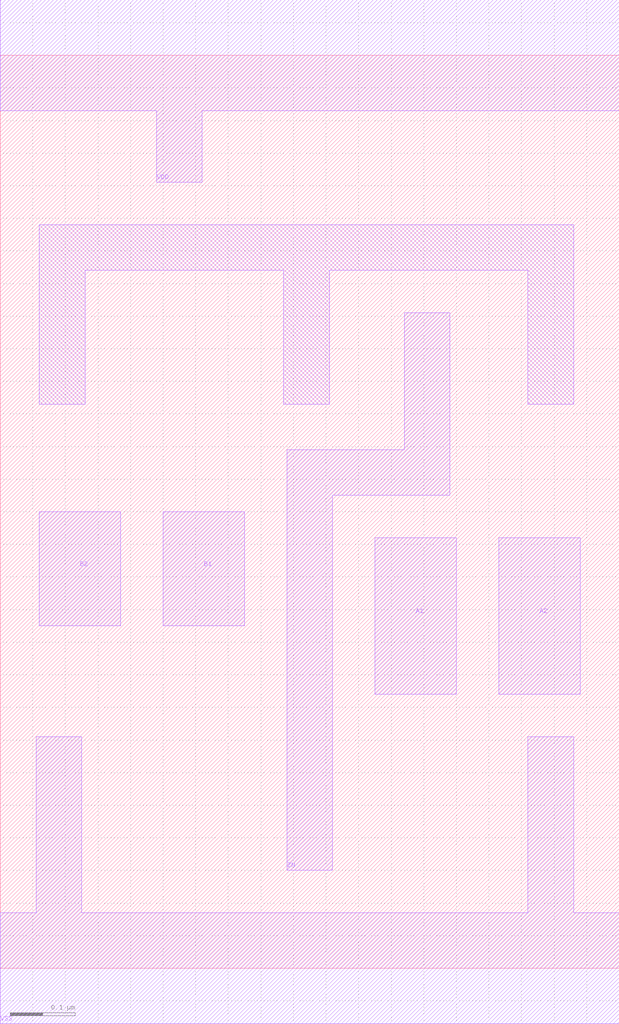
<source format=lef>
# 
# ******************************************************************************
# *                                                                            *
# *                   Copyright (C) 2004-2010, Nangate Inc.                    *
# *                           All rights reserved.                             *
# *                                                                            *
# * Nangate and the Nangate logo are trademarks of Nangate Inc.                *
# *                                                                            *
# * All trademarks, logos, software marks, and trade names (collectively the   *
# * "Marks") in this program are proprietary to Nangate or other respective    *
# * owners that have granted Nangate the right and license to use such Marks.  *
# * You are not permitted to use the Marks without the prior written consent   *
# * of Nangate or such third party that may own the Marks.                     *
# *                                                                            *
# * This file has been provided pursuant to a License Agreement containing     *
# * restrictions on its use. This file contains valuable trade secrets and     *
# * proprietary information of Nangate Inc., and is protected by U.S. and      *
# * international laws and/or treaties.                                        *
# *                                                                            *
# * The copyright notice(s) in this file does not indicate actual or intended  *
# * publication of this file.                                                  *
# *                                                                            *
# *     NGLibraryCreator, v2010.08-HR32-SP3-2010-08-05 - build 1009061800      *
# *                                                                            *
# ******************************************************************************
# 
# 
# Running on brazil06.nangate.com.br for user Giancarlo Franciscatto (gfr).
# Local time is now Fri, 3 Dec 2010, 19:32:18.
# Main process id is 27821.

VERSION 5.6 ;
BUSBITCHARS "[]" ;
DIVIDERCHAR "/" ;

MACRO AOI22_X1
  CLASS core ;
  FOREIGN AOI22_X1 0.0 0.0 ;
  ORIGIN 0 0 ;
  SYMMETRY X Y ;
  SITE FreePDK45_38x28_10R_NP_162NW_34O ;
  SIZE 0.95 BY 1.4 ;
  PIN A1
    DIRECTION INPUT ;
    ANTENNAPARTIALMETALAREA 0.03 LAYER metal1 ;
    ANTENNAPARTIALMETALSIDEAREA 0.0949 LAYER metal1 ;
    ANTENNAGATEAREA 0.05225 ;
    PORT
      LAYER metal1 ;
        POLYGON 0.575 0.42 0.7 0.42 0.7 0.66 0.575 0.66  ;
    END
  END A1
  PIN A2
    DIRECTION INPUT ;
    ANTENNAPARTIALMETALAREA 0.03 LAYER metal1 ;
    ANTENNAPARTIALMETALSIDEAREA 0.0949 LAYER metal1 ;
    ANTENNAGATEAREA 0.05225 ;
    PORT
      LAYER metal1 ;
        POLYGON 0.765 0.42 0.89 0.42 0.89 0.66 0.765 0.66  ;
    END
  END A2
  PIN B1
    DIRECTION INPUT ;
    ANTENNAPARTIALMETALAREA 0.021875 LAYER metal1 ;
    ANTENNAPARTIALMETALSIDEAREA 0.078 LAYER metal1 ;
    ANTENNAGATEAREA 0.05225 ;
    PORT
      LAYER metal1 ;
        POLYGON 0.25 0.525 0.375 0.525 0.375 0.7 0.25 0.7  ;
    END
  END B1
  PIN B2
    DIRECTION INPUT ;
    ANTENNAPARTIALMETALAREA 0.021875 LAYER metal1 ;
    ANTENNAPARTIALMETALSIDEAREA 0.078 LAYER metal1 ;
    ANTENNAGATEAREA 0.05225 ;
    PORT
      LAYER metal1 ;
        POLYGON 0.06 0.525 0.185 0.525 0.185 0.7 0.06 0.7  ;
    END
  END B2
  PIN ZN
    DIRECTION OUTPUT ;
    ANTENNAPARTIALMETALAREA 0.07245 LAYER metal1 ;
    ANTENNAPARTIALMETALSIDEAREA 0.2873 LAYER metal1 ;
    ANTENNADIFFAREA 0.1463 ;
    PORT
      LAYER metal1 ;
        POLYGON 0.44 0.15 0.51 0.15 0.51 0.725 0.69 0.725 0.69 1.005 0.62 1.005 0.62 0.795 0.44 0.795  ;
    END
  END ZN
  PIN VDD
    DIRECTION INOUT ;
    USE power ;
    SHAPE ABUTMENT ;
    PORT
      LAYER metal1 ;
        POLYGON 0 1.315 0.24 1.315 0.24 1.205 0.31 1.205 0.31 1.315 0.88 1.315 0.95 1.315 0.95 1.485 0.88 1.485 0 1.485  ;
    END
  END VDD
  PIN VSS
    DIRECTION INOUT ;
    USE ground ;
    SHAPE ABUTMENT ;
    PORT
      LAYER metal1 ;
        POLYGON 0 -0.085 0.95 -0.085 0.95 0.085 0.88 0.085 0.88 0.355 0.81 0.355 0.81 0.085 0.125 0.085 0.125 0.355 0.055 0.355 0.055 0.085 0 0.085  ;
    END
  END VSS
  OBS
      LAYER metal1 ;
        POLYGON 0.06 0.865 0.13 0.865 0.13 1.07 0.435 1.07 0.435 0.865 0.505 0.865 0.505 1.07 0.81 1.07 0.81 0.865 0.88 0.865 0.88 1.14 0.06 1.14  ;
  END
END AOI22_X1

END LIBRARY
#
# End of file
#

</source>
